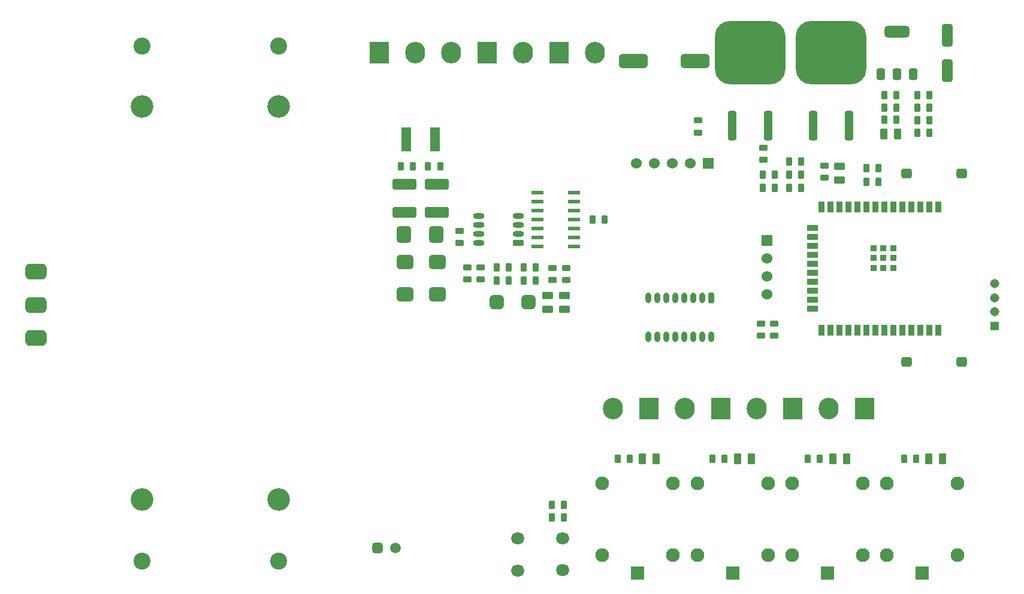
<source format=gbr>
%TF.GenerationSoftware,Altium Limited,Altium Designer,21.3.2 (30)*%
G04 Layer_Color=255*
%FSLAX26Y26*%
%MOIN*%
%TF.SameCoordinates,5CB9DBA1-4DA9-4ED0-9B61-E5D9B39C4D3D*%
%TF.FilePolarity,Positive*%
%TF.FileFunction,Pads,Top*%
%TF.Part,Single*%
G01*
G75*
%TA.AperFunction,SMDPad,CuDef*%
G04:AMPARAMS|DCode=10|XSize=59.055mil|YSize=55.118mil|CornerRadius=13.78mil|HoleSize=0mil|Usage=FLASHONLY|Rotation=0.000|XOffset=0mil|YOffset=0mil|HoleType=Round|Shape=RoundedRectangle|*
%AMROUNDEDRECTD10*
21,1,0.059055,0.027559,0,0,0.0*
21,1,0.031496,0.055118,0,0,0.0*
1,1,0.027559,0.015748,-0.013780*
1,1,0.027559,-0.015748,-0.013780*
1,1,0.027559,-0.015748,0.013780*
1,1,0.027559,0.015748,0.013780*
%
%ADD10ROUNDEDRECTD10*%
%ADD11R,0.035433X0.059055*%
%ADD12R,0.059055X0.035433*%
%TA.AperFunction,BGAPad,CuDef*%
%ADD13R,0.035433X0.035433*%
%TA.AperFunction,SMDPad,CuDef*%
G04:AMPARAMS|DCode=14|XSize=62.992mil|YSize=41.339mil|CornerRadius=10.335mil|HoleSize=0mil|Usage=FLASHONLY|Rotation=270.000|XOffset=0mil|YOffset=0mil|HoleType=Round|Shape=RoundedRectangle|*
%AMROUNDEDRECTD14*
21,1,0.062992,0.020669,0,0,270.0*
21,1,0.042323,0.041339,0,0,270.0*
1,1,0.020669,-0.010335,-0.021162*
1,1,0.020669,-0.010335,0.021162*
1,1,0.020669,0.010335,0.021162*
1,1,0.020669,0.010335,-0.021162*
%
%ADD14ROUNDEDRECTD14*%
G04:AMPARAMS|DCode=15|XSize=47.244mil|YSize=35.433mil|CornerRadius=8.858mil|HoleSize=0mil|Usage=FLASHONLY|Rotation=90.000|XOffset=0mil|YOffset=0mil|HoleType=Round|Shape=RoundedRectangle|*
%AMROUNDEDRECTD15*
21,1,0.047244,0.017717,0,0,90.0*
21,1,0.029528,0.035433,0,0,90.0*
1,1,0.017716,0.008858,0.014764*
1,1,0.017716,0.008858,-0.014764*
1,1,0.017716,-0.008858,-0.014764*
1,1,0.017716,-0.008858,0.014764*
%
%ADD15ROUNDEDRECTD15*%
G04:AMPARAMS|DCode=16|XSize=62.992mil|YSize=41.339mil|CornerRadius=10.335mil|HoleSize=0mil|Usage=FLASHONLY|Rotation=180.000|XOffset=0mil|YOffset=0mil|HoleType=Round|Shape=RoundedRectangle|*
%AMROUNDEDRECTD16*
21,1,0.062992,0.020669,0,0,180.0*
21,1,0.042323,0.041339,0,0,180.0*
1,1,0.020669,-0.021162,0.010335*
1,1,0.020669,0.021162,0.010335*
1,1,0.020669,0.021162,-0.010335*
1,1,0.020669,-0.021162,-0.010335*
%
%ADD16ROUNDEDRECTD16*%
G04:AMPARAMS|DCode=17|XSize=47.244mil|YSize=35.433mil|CornerRadius=8.858mil|HoleSize=0mil|Usage=FLASHONLY|Rotation=180.000|XOffset=0mil|YOffset=0mil|HoleType=Round|Shape=RoundedRectangle|*
%AMROUNDEDRECTD17*
21,1,0.047244,0.017717,0,0,180.0*
21,1,0.029528,0.035433,0,0,180.0*
1,1,0.017716,-0.014764,0.008858*
1,1,0.017716,0.014764,0.008858*
1,1,0.017716,0.014764,-0.008858*
1,1,0.017716,-0.014764,-0.008858*
%
%ADD17ROUNDEDRECTD17*%
G04:AMPARAMS|DCode=18|XSize=135.827mil|YSize=62.992mil|CornerRadius=15.748mil|HoleSize=0mil|Usage=FLASHONLY|Rotation=180.000|XOffset=0mil|YOffset=0mil|HoleType=Round|Shape=RoundedRectangle|*
%AMROUNDEDRECTD18*
21,1,0.135827,0.031496,0,0,180.0*
21,1,0.104331,0.062992,0,0,180.0*
1,1,0.031496,-0.052165,0.015748*
1,1,0.031496,0.052165,0.015748*
1,1,0.031496,0.052165,-0.015748*
1,1,0.031496,-0.052165,-0.015748*
%
%ADD18ROUNDEDRECTD18*%
G04:AMPARAMS|DCode=19|XSize=94.488mil|YSize=82.677mil|CornerRadius=20.669mil|HoleSize=0mil|Usage=FLASHONLY|Rotation=90.000|XOffset=0mil|YOffset=0mil|HoleType=Round|Shape=RoundedRectangle|*
%AMROUNDEDRECTD19*
21,1,0.094488,0.041339,0,0,90.0*
21,1,0.053150,0.082677,0,0,90.0*
1,1,0.041339,0.020669,0.026575*
1,1,0.041339,0.020669,-0.026575*
1,1,0.041339,-0.020669,-0.026575*
1,1,0.041339,-0.020669,0.026575*
%
%ADD19ROUNDEDRECTD19*%
G04:AMPARAMS|DCode=20|XSize=94.488mil|YSize=82.677mil|CornerRadius=20.669mil|HoleSize=0mil|Usage=FLASHONLY|Rotation=0.000|XOffset=0mil|YOffset=0mil|HoleType=Round|Shape=RoundedRectangle|*
%AMROUNDEDRECTD20*
21,1,0.094488,0.041339,0,0,0.0*
21,1,0.053150,0.082677,0,0,0.0*
1,1,0.041339,0.026575,-0.020669*
1,1,0.041339,-0.026575,-0.020669*
1,1,0.041339,-0.026575,0.020669*
1,1,0.041339,0.026575,0.020669*
%
%ADD20ROUNDEDRECTD20*%
G04:AMPARAMS|DCode=21|XSize=78.74mil|YSize=78.74mil|CornerRadius=19.685mil|HoleSize=0mil|Usage=FLASHONLY|Rotation=270.000|XOffset=0mil|YOffset=0mil|HoleType=Round|Shape=RoundedRectangle|*
%AMROUNDEDRECTD21*
21,1,0.078740,0.039370,0,0,270.0*
21,1,0.039370,0.078740,0,0,270.0*
1,1,0.039370,-0.019685,-0.019685*
1,1,0.039370,-0.019685,0.019685*
1,1,0.039370,0.019685,0.019685*
1,1,0.039370,0.019685,-0.019685*
%
%ADD21ROUNDEDRECTD21*%
G04:AMPARAMS|DCode=22|XSize=47.244mil|YSize=165.354mil|CornerRadius=11.811mil|HoleSize=0mil|Usage=FLASHONLY|Rotation=180.000|XOffset=0mil|YOffset=0mil|HoleType=Round|Shape=RoundedRectangle|*
%AMROUNDEDRECTD22*
21,1,0.047244,0.141732,0,0,180.0*
21,1,0.023622,0.165354,0,0,180.0*
1,1,0.023622,-0.011811,0.070866*
1,1,0.023622,0.011811,0.070866*
1,1,0.023622,0.011811,-0.070866*
1,1,0.023622,-0.011811,-0.070866*
%
%ADD22ROUNDEDRECTD22*%
G04:AMPARAMS|DCode=23|XSize=393.701mil|YSize=354.331mil|CornerRadius=88.583mil|HoleSize=0mil|Usage=FLASHONLY|Rotation=180.000|XOffset=0mil|YOffset=0mil|HoleType=Round|Shape=RoundedRectangle|*
%AMROUNDEDRECTD23*
21,1,0.393701,0.177166,0,0,180.0*
21,1,0.216536,0.354331,0,0,180.0*
1,1,0.177165,-0.108268,0.088583*
1,1,0.177165,0.108268,0.088583*
1,1,0.177165,0.108268,-0.088583*
1,1,0.177165,-0.108268,-0.088583*
%
%ADD23ROUNDEDRECTD23*%
%ADD24R,0.067000X0.021000*%
%ADD25R,0.055118X0.138189*%
%ADD26O,0.031496X0.059843*%
G04:AMPARAMS|DCode=27|XSize=31.496mil|YSize=59.843mil|CornerRadius=7.874mil|HoleSize=0mil|Usage=FLASHONLY|Rotation=0.000|XOffset=0mil|YOffset=0mil|HoleType=Round|Shape=RoundedRectangle|*
%AMROUNDEDRECTD27*
21,1,0.031496,0.044094,0,0,0.0*
21,1,0.015748,0.059843,0,0,0.0*
1,1,0.015748,0.007874,-0.022047*
1,1,0.015748,-0.007874,-0.022047*
1,1,0.015748,-0.007874,0.022047*
1,1,0.015748,0.007874,0.022047*
%
%ADD27ROUNDEDRECTD27*%
G04:AMPARAMS|DCode=28|XSize=161.417mil|YSize=78.74mil|CornerRadius=19.685mil|HoleSize=0mil|Usage=FLASHONLY|Rotation=0.000|XOffset=0mil|YOffset=0mil|HoleType=Round|Shape=RoundedRectangle|*
%AMROUNDEDRECTD28*
21,1,0.161417,0.039370,0,0,0.0*
21,1,0.122047,0.078740,0,0,0.0*
1,1,0.039370,0.061024,-0.019685*
1,1,0.039370,-0.061024,-0.019685*
1,1,0.039370,-0.061024,0.019685*
1,1,0.039370,0.061024,0.019685*
%
%ADD28ROUNDEDRECTD28*%
G04:AMPARAMS|DCode=29|XSize=137.795mil|YSize=64.961mil|CornerRadius=16.24mil|HoleSize=0mil|Usage=FLASHONLY|Rotation=180.000|XOffset=0mil|YOffset=0mil|HoleType=Round|Shape=RoundedRectangle|*
%AMROUNDEDRECTD29*
21,1,0.137795,0.032480,0,0,180.0*
21,1,0.105315,0.064961,0,0,180.0*
1,1,0.032480,-0.052657,0.016240*
1,1,0.032480,0.052657,0.016240*
1,1,0.032480,0.052657,-0.016240*
1,1,0.032480,-0.052657,-0.016240*
%
%ADD29ROUNDEDRECTD29*%
G04:AMPARAMS|DCode=30|XSize=47.244mil|YSize=64.961mil|CornerRadius=11.811mil|HoleSize=0mil|Usage=FLASHONLY|Rotation=180.000|XOffset=0mil|YOffset=0mil|HoleType=Round|Shape=RoundedRectangle|*
%AMROUNDEDRECTD30*
21,1,0.047244,0.041339,0,0,180.0*
21,1,0.023622,0.064961,0,0,180.0*
1,1,0.023622,-0.011811,0.020669*
1,1,0.023622,0.011811,0.020669*
1,1,0.023622,0.011811,-0.020669*
1,1,0.023622,-0.011811,-0.020669*
%
%ADD30ROUNDEDRECTD30*%
G04:AMPARAMS|DCode=31|XSize=125.984mil|YSize=62.992mil|CornerRadius=15.748mil|HoleSize=0mil|Usage=FLASHONLY|Rotation=90.000|XOffset=0mil|YOffset=0mil|HoleType=Round|Shape=RoundedRectangle|*
%AMROUNDEDRECTD31*
21,1,0.125984,0.031496,0,0,90.0*
21,1,0.094488,0.062992,0,0,90.0*
1,1,0.031496,0.015748,0.047244*
1,1,0.031496,0.015748,-0.047244*
1,1,0.031496,-0.015748,-0.047244*
1,1,0.031496,-0.015748,0.047244*
%
%ADD31ROUNDEDRECTD31*%
G04:AMPARAMS|DCode=32|XSize=31.496mil|YSize=62.992mil|CornerRadius=7.874mil|HoleSize=0mil|Usage=FLASHONLY|Rotation=270.000|XOffset=0mil|YOffset=0mil|HoleType=Round|Shape=RoundedRectangle|*
%AMROUNDEDRECTD32*
21,1,0.031496,0.047244,0,0,270.0*
21,1,0.015748,0.062992,0,0,270.0*
1,1,0.015748,-0.023622,-0.007874*
1,1,0.015748,-0.023622,0.007874*
1,1,0.015748,0.023622,0.007874*
1,1,0.015748,0.023622,-0.007874*
%
%ADD32ROUNDEDRECTD32*%
%ADD33O,0.062992X0.031496*%
%TA.AperFunction,ComponentPad*%
G04:AMPARAMS|DCode=40|XSize=86.614mil|YSize=118.11mil|CornerRadius=21.654mil|HoleSize=0mil|Usage=FLASHONLY|Rotation=270.000|XOffset=0mil|YOffset=0mil|HoleType=Round|Shape=RoundedRectangle|*
%AMROUNDEDRECTD40*
21,1,0.086614,0.074803,0,0,270.0*
21,1,0.043307,0.118110,0,0,270.0*
1,1,0.043307,-0.037401,-0.021654*
1,1,0.043307,-0.037401,0.021654*
1,1,0.043307,0.037401,0.021654*
1,1,0.043307,0.037401,-0.021654*
%
%ADD40ROUNDEDRECTD40*%
%ADD41R,0.110000X0.120000*%
%ADD42O,0.110000X0.120000*%
%ADD43C,0.060000*%
%ADD44R,0.060000X0.060000*%
%ADD45C,0.059055*%
G04:AMPARAMS|DCode=46|XSize=59.055mil|YSize=59.055mil|CornerRadius=14.764mil|HoleSize=0mil|Usage=FLASHONLY|Rotation=0.000|XOffset=0mil|YOffset=0mil|HoleType=Round|Shape=RoundedRectangle|*
%AMROUNDEDRECTD46*
21,1,0.059055,0.029527,0,0,0.0*
21,1,0.029527,0.059055,0,0,0.0*
1,1,0.029528,0.014764,-0.014764*
1,1,0.029528,-0.014764,-0.014764*
1,1,0.029528,-0.014764,0.014764*
1,1,0.029528,0.014764,0.014764*
%
%ADD46ROUNDEDRECTD46*%
%ADD47C,0.094488*%
%ADD48C,0.125984*%
%ADD49R,0.060000X0.060000*%
%ADD50O,0.075000X0.065000*%
%ADD51C,0.076772*%
%ADD52R,0.076772X0.076772*%
%ADD53R,0.051496X0.051496*%
%ADD54C,0.051496*%
D10*
X5325543Y2384000D02*
D03*
X5018457D02*
D03*
X5325543Y1334000D02*
D03*
X5018457D02*
D03*
D11*
X4545000Y2198976D02*
D03*
X4595000D02*
D03*
X4645000D02*
D03*
X4695000D02*
D03*
X4745000D02*
D03*
X4795000D02*
D03*
X4845000D02*
D03*
X4895000D02*
D03*
X4945000D02*
D03*
X4995000D02*
D03*
X5045000D02*
D03*
X5095000D02*
D03*
X5145000D02*
D03*
X5195000D02*
D03*
X4545000Y1510000D02*
D03*
X4595000D02*
D03*
X4645000D02*
D03*
X4695000D02*
D03*
X4745000D02*
D03*
X4795000D02*
D03*
X4845000D02*
D03*
X4895000D02*
D03*
X4945000D02*
D03*
X4995000D02*
D03*
X5045000D02*
D03*
X5095000D02*
D03*
X5145000D02*
D03*
X5195000D02*
D03*
D12*
X4495787Y1829488D02*
D03*
Y1779488D02*
D03*
Y1729488D02*
D03*
Y1679488D02*
D03*
Y1629488D02*
D03*
Y1879488D02*
D03*
Y1929488D02*
D03*
Y1979488D02*
D03*
Y2029488D02*
D03*
Y2079488D02*
D03*
D13*
X4891063Y1913543D02*
D03*
Y1968661D02*
D03*
Y1858425D02*
D03*
X4946181Y1913543D02*
D03*
Y1968661D02*
D03*
Y1858425D02*
D03*
X4835945Y1913543D02*
D03*
Y1968661D02*
D03*
Y1858425D02*
D03*
D14*
X4970000Y2605000D02*
D03*
X4893228D02*
D03*
X5143614Y793000D02*
D03*
X5220386D02*
D03*
X4611031D02*
D03*
X4687803D02*
D03*
X3551228D02*
D03*
X3628000D02*
D03*
X4080000D02*
D03*
X4156772D02*
D03*
D15*
X5080535Y2610000D02*
D03*
X5147465D02*
D03*
X5080535Y2751333D02*
D03*
X5147465D02*
D03*
X5080535Y2822000D02*
D03*
X5147465D02*
D03*
X5080535Y2680667D02*
D03*
X5147465D02*
D03*
X4896535Y2683000D02*
D03*
X4963465D02*
D03*
X4896535Y2752500D02*
D03*
X4963465D02*
D03*
X4896535Y2822000D02*
D03*
X4963465D02*
D03*
X4796535Y2415000D02*
D03*
X4863465D02*
D03*
Y2339000D02*
D03*
X4796535D02*
D03*
X4367071Y2305000D02*
D03*
X4434000D02*
D03*
Y2378000D02*
D03*
X4367071D02*
D03*
Y2451000D02*
D03*
X4434000D02*
D03*
X4220606Y2305000D02*
D03*
X4287535D02*
D03*
X4220606Y2378000D02*
D03*
X4287535D02*
D03*
X2272535Y2423000D02*
D03*
X2205606D02*
D03*
X2425000D02*
D03*
X2358071D02*
D03*
X2807035Y1862000D02*
D03*
X2740106D02*
D03*
Y1788000D02*
D03*
X2807035D02*
D03*
X2888535Y1862000D02*
D03*
X2955465D02*
D03*
X2888535Y1788000D02*
D03*
X2955465D02*
D03*
X3046071Y466000D02*
D03*
X3113000D02*
D03*
Y537000D02*
D03*
X3046071D02*
D03*
X5006535Y793000D02*
D03*
X5073465D02*
D03*
X4471071D02*
D03*
X4538000D02*
D03*
X3939071D02*
D03*
X4006000D02*
D03*
X3412071D02*
D03*
X3479000D02*
D03*
X3273535Y2128000D02*
D03*
X3340465D02*
D03*
D16*
X4646000Y2347228D02*
D03*
Y2424000D02*
D03*
X3115000Y1626614D02*
D03*
Y1703386D02*
D03*
X3023000Y1626614D02*
D03*
Y1703386D02*
D03*
D17*
X4562000Y2360071D02*
D03*
Y2427000D02*
D03*
X4221591Y2527465D02*
D03*
Y2460535D02*
D03*
X2650000Y1793535D02*
D03*
Y1860465D02*
D03*
X2576000D02*
D03*
Y1793535D02*
D03*
X3049000Y1857465D02*
D03*
Y1790535D02*
D03*
X3125000Y1857465D02*
D03*
Y1790535D02*
D03*
X4210000Y1481535D02*
D03*
Y1548465D02*
D03*
X4283000D02*
D03*
Y1481535D02*
D03*
X3859000Y2612535D02*
D03*
Y2679465D02*
D03*
X2534000Y2064929D02*
D03*
Y1998000D02*
D03*
D18*
X2406000Y2167260D02*
D03*
Y2324740D02*
D03*
X2227000Y2167260D02*
D03*
Y2324740D02*
D03*
D19*
X2224000Y2043000D02*
D03*
X2404000D02*
D03*
D20*
X2409000Y1891000D02*
D03*
Y1711000D02*
D03*
X2230000D02*
D03*
Y1891000D02*
D03*
D21*
X2739835Y1666000D02*
D03*
X2917000D02*
D03*
D22*
X4501000Y2652457D02*
D03*
X4701000D02*
D03*
X4250000D02*
D03*
X4050000D02*
D03*
D23*
X4601000Y3056000D02*
D03*
X4150000D02*
D03*
D24*
X2967000Y1977000D02*
D03*
Y2027000D02*
D03*
Y2077000D02*
D03*
Y2127000D02*
D03*
Y2177000D02*
D03*
Y2227000D02*
D03*
Y2277000D02*
D03*
X3171000D02*
D03*
Y2227000D02*
D03*
Y2177000D02*
D03*
Y2127000D02*
D03*
Y2077000D02*
D03*
Y2027000D02*
D03*
Y1977000D02*
D03*
D25*
X2236016Y2575000D02*
D03*
X2397984D02*
D03*
D26*
X3582000Y1474677D02*
D03*
X3632000D02*
D03*
X3682000D02*
D03*
X3732000D02*
D03*
X3782000D02*
D03*
X3832000D02*
D03*
X3882000D02*
D03*
X3932000D02*
D03*
X3582000Y1692000D02*
D03*
X3632000D02*
D03*
X3682000D02*
D03*
X3732000D02*
D03*
X3782000D02*
D03*
X3832000D02*
D03*
X3882000D02*
D03*
D27*
X3932000D02*
D03*
D28*
X3842000Y3010000D02*
D03*
X3499480D02*
D03*
D29*
X4966000Y3174110D02*
D03*
D30*
X5056551Y2937890D02*
D03*
X4966000D02*
D03*
X4875449D02*
D03*
D31*
X5247000Y2956575D02*
D03*
Y3153425D02*
D03*
D32*
X2860843Y1998000D02*
D03*
D33*
Y2048000D02*
D03*
Y2098000D02*
D03*
Y2148000D02*
D03*
X2641157Y1998000D02*
D03*
Y2048000D02*
D03*
Y2098000D02*
D03*
Y2148000D02*
D03*
D40*
X175000Y1465961D02*
D03*
Y1651000D02*
D03*
Y1836039D02*
D03*
D41*
X4786000Y1075000D02*
D03*
X4385667D02*
D03*
X3985333D02*
D03*
X3585000D02*
D03*
X2086000Y3059000D02*
D03*
X2686000D02*
D03*
X3086000D02*
D03*
D42*
X4586000Y1075000D02*
D03*
X4185667D02*
D03*
X3785333D02*
D03*
X3385000D02*
D03*
X2286000Y3059000D02*
D03*
X2486000D02*
D03*
X2886000D02*
D03*
X3286000D02*
D03*
D43*
X3518000Y2441000D02*
D03*
X3618000D02*
D03*
X3718000D02*
D03*
X3818000D02*
D03*
X4244000Y1712000D02*
D03*
Y1812000D02*
D03*
Y1912000D02*
D03*
D44*
X3918000Y2441000D02*
D03*
D45*
X2178000Y296449D02*
D03*
D46*
X2078000D02*
D03*
D47*
X767000Y223182D02*
D03*
Y3093261D02*
D03*
X1526843D02*
D03*
Y223182D02*
D03*
D48*
Y569245D02*
D03*
X767000D02*
D03*
X1526843Y2759009D02*
D03*
X767000D02*
D03*
D49*
X4244000Y2012000D02*
D03*
D50*
X3105000Y350000D02*
D03*
X3106000Y173000D02*
D03*
X2856000Y172000D02*
D03*
X2855000Y350000D02*
D03*
D51*
X4776184Y658158D02*
D03*
X4382483D02*
D03*
Y256583D02*
D03*
X4776184D02*
D03*
X3720850Y658158D02*
D03*
X3327150D02*
D03*
Y256583D02*
D03*
X3720850D02*
D03*
X4248517Y658158D02*
D03*
X3854816D02*
D03*
Y256583D02*
D03*
X4248517D02*
D03*
X5303850Y658158D02*
D03*
X4910149D02*
D03*
Y256583D02*
D03*
X5303850D02*
D03*
D52*
X4579333Y158157D02*
D03*
X3524000D02*
D03*
X4051667D02*
D03*
X5107000D02*
D03*
D53*
X5511000Y1534890D02*
D03*
D54*
Y1613630D02*
D03*
Y1692370D02*
D03*
Y1771110D02*
D03*
%TF.MD5,6febf24ef897b9cb9ebfd6bcb0f22782*%
M02*

</source>
